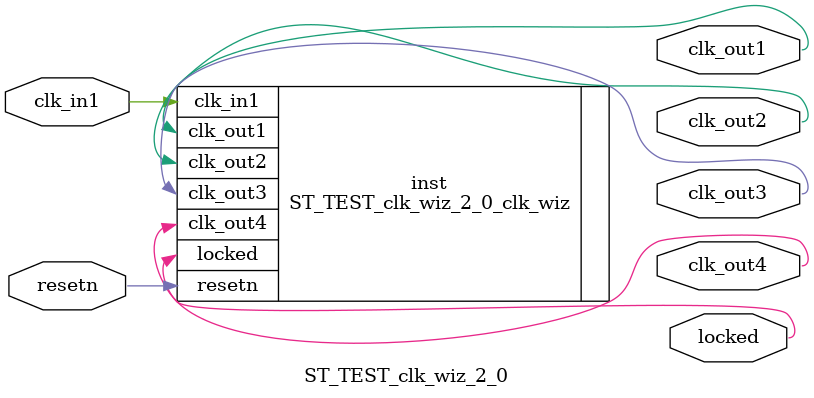
<source format=v>


`timescale 1ps/1ps

(* CORE_GENERATION_INFO = "ST_TEST_clk_wiz_2_0,clk_wiz_v6_0_3_0_0,{component_name=ST_TEST_clk_wiz_2_0,use_phase_alignment=true,use_min_o_jitter=true,use_max_i_jitter=false,use_dyn_phase_shift=false,use_inclk_switchover=false,use_dyn_reconfig=false,enable_axi=0,feedback_source=FDBK_AUTO,PRIMITIVE=MMCM,num_out_clk=4,clkin1_period=8.000,clkin2_period=10.000,use_power_down=false,use_reset=true,use_locked=true,use_inclk_stopped=false,feedback_type=SINGLE,CLOCK_MGR_TYPE=NA,manual_override=false}" *)

module ST_TEST_clk_wiz_2_0 
 (
  // Clock out ports
  output        clk_out1,
  output        clk_out2,
  output        clk_out3,
  output        clk_out4,
  // Status and control signals
  input         resetn,
  output        locked,
 // Clock in ports
  input         clk_in1
 );

  ST_TEST_clk_wiz_2_0_clk_wiz inst
  (
  // Clock out ports  
  .clk_out1(clk_out1),
  .clk_out2(clk_out2),
  .clk_out3(clk_out3),
  .clk_out4(clk_out4),
  // Status and control signals               
  .resetn(resetn), 
  .locked(locked),
 // Clock in ports
  .clk_in1(clk_in1)
  );

endmodule

</source>
